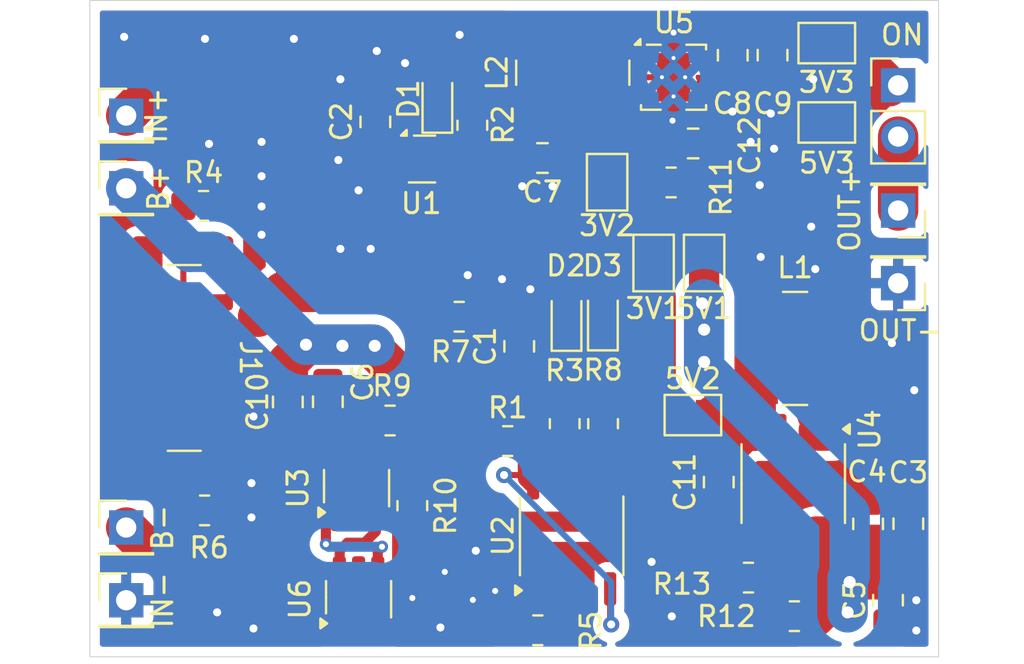
<source format=kicad_pcb>
(kicad_pcb (version 20241229) (generator "pcbnew") (generator_version "9.0")
  (layers (0 "F.Cu" signal) (2 "B.Cu" signal) (13 "F.Paste" user) (15 "B.Paste" user) (5 "F.SilkS" user "F.Silkscreen") (7 "B.SilkS" user "B.Silkscreen") (1 "F.Mask" user) (3 "B.Mask" user) (25 "Edge.Cuts" user))
  (net 0 "")
  (net 1 "VBAT")
  (net 2 "Net-(3V1-B)")
  (net 3 "Net-(3V2-A)")
  (net 4 "MUXOUT")
  (net 5 "3.3VOUT")
  (net 6 "Net-(3V3-B)")
  (net 7 "5VOUT")
  (net 8 "Net-(5V2-B)")
  (net 9 "Net-(B-1-Pin_1)")
  (net 10 "VCRG")
  (net 11 "GND")
  (net 12 "Net-(U3-VCC)")
  (net 13 "Net-(U5-EN)")
  (net 14 "Net-(D1-K)")
  (net 15 "Net-(D1-A)")
  (net 16 "Net-(D2-K)")
  (net 17 "Net-(D3-K)")
  (net 18 "VBUS")
  (net 20 "Net-(J1-CC1)")
  (net 21 "Net-(J1-CC2)")
  (net 25 "Net-(L1-Pad2)")
  (net 26 "Net-(OUT+1-Pin_1)")
  (net 27 "Net-(U2-~{CHRG})")
  (net 28 "Net-(U2-PROG)")
  (net 29 "Net-(U2-~{STDBY})")
  (net 30 "Net-(U3-CS)")
  (net 31 "Net-(U4-FB)")
  (net 32 "Net-(U3-OD)")
  (net 34 "Net-(U3-OC)")
  (net 35 "Net-(U6-D1)")
  (net 36 "Net-(U5-L2)")
  (net 37 "Net-(U5-L1)")
  (footprint "Resistor_SMD:R_0805_2012Metric_Pad1.20x1.40mm_HandSolder" (layer "F.Cu") (at 80.08 131.3175)
    (property "Reference" "R1")
    (property "Value" "0.4Ω")
  )
  (footprint "Package_SO:SOP-8_3.9x4.9mm_P1.27mm" (layer "F.Cu") (at 83.245 136.0125 90)
    (property "Reference" "U2")
    (property "Value" "TP4056")
  )
  (footprint "Resistor_SMD:R_0805_2012Metric_Pad1.20x1.40mm_HandSolder" (layer "F.Cu") (at 94.265 139.99 180)
    (property "Reference" "R12")
    (property "Value" "300kΩ")
  )
  (footprint "Resistor_SMD:R_0805_2012Metric_Pad1.20x1.40mm_HandSolder" (layer "F.Cu") (at 77.68 125.16 180)
    (property "Reference" "R7")
    (property "Value" "10kΩ")
  )
  (footprint "Connector_PinHeader_2.54mm:PinHeader_1x01_P2.54mm_Vertical" (layer "F.Cu") (at 61.2 115.2)
    (property "Reference" "IN+")
    (property "Value" "Conn_01x01_Pin")
  )
  (footprint "Package_SON:Texas_DRC0010J_ThermalVias" (layer "F.Cu") (at 88.28625 113.3)
    (property "Reference" "U5")
    (property "Value" "TPS63001")
  )
  (footprint "Resistor_SMD:R_0805_2012Metric_Pad1.20x1.40mm_HandSolder" (layer "F.Cu") (at 88.16625 118.51 180)
    (property "Reference" "R11")
    (property "Value" "100Ω")
  )
  (footprint "Capacitor_SMD:C_0805_2012Metric_Pad1.18x1.45mm_HandSolder" (layer "F.Cu") (at 81.8 117.3 180)
    (property "Reference" "C7")
    (property "Value" "10uF")
  )
  (footprint "Resistor_SMD:R_0805_2012Metric_Pad1.20x1.40mm_HandSolder" (layer "F.Cu") (at 74.26 130.3 180)
    (property "Reference" "R9")
    (property "Value" "470Ω")
  )
  (footprint "Resistor_SMD:R_0805_2012Metric_Pad1.20x1.40mm_HandSolder" (layer "F.Cu") (at 81.57 140.6875 180)
    (property "Reference" "R5")
    (property "Value" "1.33kΩ")
  )
  (footprint "Connector_PinHeader_2.54mm:PinHeader_1x01_P2.54mm_Vertical" (layer "F.Cu") (at 99.4 119.9 180)
    (property "Reference" "OUT+")
    (property "Value" "Conn_01x01_Pin")
  )
  (footprint "Capacitor_SMD:C_0805_2012Metric_Pad1.18x1.45mm_HandSolder" (layer "F.Cu") (at 89.25625 116.58 180)
    (property "Reference" "C12")
    (property "Value" "0.1uF")
  )
  (footprint "Connector_PinHeader_2.54mm:PinHeader_1x01_P2.54mm_Vertical" (layer "F.Cu") (at 61.2 139.2)
    (property "Reference" "IN-")
    (property "Value" "Conn_01x01_Pin")
  )
  (footprint "Package_TO_SOT_SMD:SOT-583-8" (layer "F.Cu") (at 75.84 117.35)
    (property "Reference" "U1")
    (property "Value" "TPS2116DRL")
  )
  (footprint "Connector_USB:USB_C_Receptacle_GCT_USB4135-GF-A_6P_TopMnt_Horizontal" (layer "F.Cu") (at 62.85 127.2 -90)
    (property "Reference" "J1")
    (property "Value" "USB_C_Receptacle_PowerOnly_24P")
  )
  (footprint "Connector_PinHeader_2.54mm:PinHeader_1x01_P2.54mm_Vertical" (layer "F.Cu") (at 61.2 135.6)
    (property "Reference" "B-")
    (property "Value" "Conn_01x01_Pin")
  )
  (footprint "Package_TO_SOT_SMD:SOT-23-6_Handsoldering" (layer "F.Cu") (at 72.6 133.65 90)
    (property "Reference" "U3")
    (property "Value" "DW01A")
  )
  (footprint "Capacitor_SMD:C_0805_2012Metric_Pad1.18x1.45mm_HandSolder" (layer "F.Cu") (at 99.905 135.41 90)
    (property "Reference" "C3")
    (property "Value" "10uF")
  )
  (footprint "Capacitor_SMD:C_0805_2012Metric_Pad1.18x1.45mm_HandSolder" (layer "F.Cu") (at 93.18625 112.2075 -90)
    (property "Reference" "C9")
    (property "Value" "10uF")
  )
  (footprint "Inductor_SMD:L_TracoPower_TCK-047_5.2x5.8mm" (layer "F.Cu") (at 83.3 113.075 -90)
    (property "Reference" "L2")
    (property "Value" "2.2uH")
  )
  (footprint "Capacitor_SMD:C_0805_2012Metric_Pad1.18x1.45mm_HandSolder" (layer "F.Cu") (at 73.53 115.51 90)
    (property "Reference" "C2")
    (property "Value" "10uF")
  )
  (footprint "LED_SMD:LED_0603_1608Metric_Pad1.05x0.95mm_HandSolder" (layer "F.Cu") (at 76.6 114.3875 90)
    (property "Reference" "D1")
    (property "Value" "GLED")
  )
  (footprint "Capacitor_SMD:C_0805_2012Metric_Pad1.18x1.45mm_HandSolder" (layer "F.Cu") (at 80.65 126.6275 90)
    (property "Reference" "C1")
    (property "Value" "10uF")
  )
  (footprint "LED_SMD:LED_0603_1608Metric_Pad1.05x0.95mm_HandSolder" (layer "F.Cu") (at 84.79 125.165 90)
    (property "Reference" "D3")
    (property "Value" "GLED")
  )
  (footprint "Jumper:SolderJumper-2_P1.3mm_Open_Pad1.0x1.5mm" (layer "F.Cu") (at 95.87 111.61)
    (property "Reference" "3V3")
    (property "Value" "Jumper_2_Open")
  )
  (footprint "Resistor_SMD:R_0805_2012Metric_Pad1.20x1.40mm_HandSolder" (layer "F.Cu") (at 65.03 119.67)
    (property "Reference" "R4")
    (property "Value" "5.1kΩ")
  )
  (footprint "Capacitor_SMD:C_0805_2012Metric_Pad1.18x1.45mm_HandSolder" (layer "F.Cu") (at 69.2 129.38 -90)
    (property "Reference" "C10")
    (property "Value" "10uF")
  )
  (footprint "Capacitor_SMD:C_0805_2012Metric_Pad1.18x1.45mm_HandSolder" (layer "F.Cu") (at 90.525 133.35 -90)
    (property "Reference" "C11")
    (property "Value" "22uF")
  )
  (footprint "Resistor_SMD:R_0805_2012Metric_Pad1.20x1.40mm_HandSolder" (layer "F.Cu") (at 78.33 115.68 -90)
    (property "Reference" "R2")
    (property "Value" "1kΩ")
  )
  (footprint "Capacitor_SMD:C_0805_2012Metric_Pad1.18x1.45mm_HandSolder" (layer "F.Cu") (at 97.915 135.42 90)
    (property "Reference" "C4")
    (property "Value" "10uF")
  )
  (footprint "Resistor_SMD:R_0805_2012Metric_Pad1.20x1.40mm_HandSolder" (layer "F.Cu") (at 65.08 134.75)
    (property "Reference" "R6")
    (property "Value" "5.1kΩ")
  )
  (footprint "LED_SMD:LED_0603_1608Metric_Pad1.05x0.95mm_HandSolder" (layer "F.Cu") (at 82.99 125.1875 90)
    (property "Reference" "D2")
    (property "Value" "RLED")
  )
  (footprint "Connector_PinHeader_2.54mm:PinHeader_1x01_P2.54mm_Vertical" (layer "F.Cu") (at 99.4 123.5 180)
    (property "Reference" "OUT-")
    (property "Value" "Conn_01x01_Pin")
  )
  (footprint "Jumper:SolderJumper-2_P1.3mm_Open_Pad1.0x1.5mm" (layer "F.Cu") (at 89.245 130.03)
    (property "Reference" "5V2")
    (property "Value" "Jumper_2_Open")
  )
  (footprint "Resistor_SMD:R_0805_2012Metric_Pad1.20x1.40mm_HandSolder" (layer "F.Cu") (at 84.8 130.4575 -90)
    (property "Reference" "R8")
    (property "Value" "1kΩ")
  )
  (footprint "Connector_PinHeader_2.54mm:PinHeader_1x02_P2.54mm_Vertical" (layer "F.Cu") (at 99.4 113.7)
    (property "Reference" "ON")
    (property "Value" "SW_DIP_x01")
  )
  (footprint "Jumper:SolderJumper-2_P1.3mm_Open_Pad1.0x1.5mm" (layer "F.Cu") (at 87.3 122.5 90)
    (property "Reference" "3V1")
    (property "Value" "Jumper_2_Open")
  )
  (footprint "Connector_PinHeader_2.54mm:PinHeader_1x01_P2.54mm_Vertical" (layer "F.Cu") (at 61.2 118.8)
    (property "Reference" "B+")
    (property "Value" "Conn_01x01_Pin")
  )
  (footprint "Package_SO:SOP-8_3.9x4.9mm_P1.27mm" (layer "F.Cu") (at 94.21 133.425 -90)
    (property "Reference" "U4")
    (property "Value" "TP5188")
  )
  (footprint "Jumper:SolderJumper-2_P1.3mm_Open_Pad1.0x1.5mm" (layer "F.Cu") (at 85 118.5 -90)
    (property "Reference" "3V2")
    (property "Value" "Jumper_2_Open")
  )
  (footprint "Capacitor_SMD:C_0805_2012Metric_Pad1.18x1.45mm_HandSolder" (layer "F.Cu") (at 91.21625 112.21 -90)
    (property "Reference" "C8")
    (property "Value" "10uF")
  )
  (footprint "Resistor_SMD:R_0805_2012Metric_Pad1.20x1.40mm_HandSolder" (layer "F.Cu") (at 91.995 138.08)
    (property "Reference" "R13")
    (property "Value" "75kΩ")
  )
  (footprint "Inductor_SMD:L_TracoPower_TCK-047_5.2x5.8mm" (layer "F.Cu") (at 94.3 126.73)
    (property "Reference" "L1")
    (property "Value" "2.2uH")
  )
  (footprint "Capacitor_SMD:C_0805_2012Metric_Pad1.18x1.45mm_HandSolder" (layer "F.Cu") (at 98.9 139.2 -90)
    (property "Reference" "C5")
    (property "Value" "10uF")
  )
  (footprint "Resistor_SMD:R_0805_2012Metric_Pad1.20x1.40mm_HandSolder" (layer "F.Cu") (at 82.9 130.4575 -90)
    (property "Reference" "R3")
    (property "Value" "1kΩ")
  )
  (footprint "Jumper:SolderJumper-2_P1.3mm_Open_Pad1.0x1.5mm" (layer "F.Cu") (at 89.8 122.5 90)
    (property "Reference" "5V1")
    (property "Value" "Jumper_2_Open")
  )
  (footprint "Jumper:SolderJumper-2_P1.3mm_Open_Pad1.0x1.5mm" (layer "F.Cu") (at 95.87 115.54)
    (property "Reference" "5V3")
    (property "Value" "Jumper_2_Open")
  )
  (footprint "Package_TO_SOT_SMD:SOT-23-6_Handsoldering" (layer "F.Cu") (at 72.7 139.15 90)
    (property "Reference" "U6")
    (property "Value" "8025A")
  )
  (footprint "Capacitor_SMD:C_0805_2012Metric_Pad1.18x1.45mm_HandSolder" (layer "F.Cu") (at 71.18 129.37 -90)
    (property "Reference" "C6")
    (property "Value" "0.1uF")
  )
  (footprint "Resistor_SMD:R_0805_2012Metric_Pad1.20x1.40mm_HandSolder" (layer "F.Cu") (at 75.36 134.52 -90)
    (property "Reference" "R10")
    (property "Value" "2kΩ")
  )
  (gr_rect (start 59.4 109.5) (end 101.4 142) (stroke (width 0.05)) (fill no) (layer "Edge.Cuts"))
  (segment (start 69.2 127.44105) (end 70.09705 126.544) (width 2) (layer "F.Cu") (net 1))
  (segment (start 70.09705 126.544) (end 73.214 126.544) (width 2) (layer "F.Cu") (net 1))
  (segment (start 76.9 131.87) (end 75.67 130.64) (width 1) (layer "F.Cu") (net 1))
  (segment (start 85.56 134.94) (end 88.12 132.38) (width 2) (layer "F.Cu") (net 1))
  (segment (start 85.15 133.3875) (end 85.15 134.95) (width 1) (layer "F.Cu") (net 1))
  (segment (start 73.214 126.544) (end 75.5 128.83) (width 2) (layer "F.Cu") (net 1))
  (segment (start 80.21355 135.31) (end 76.9 131.99645) (width 1) (layer "F.Cu") (net 1))
  (segment (start 88.12 132.38) (end 87.4 131.66) (width 2) (layer "F.Cu") (net 1))
  (segment (start 87.4 131.66) (end 87.4 129.4) (width 2) (layer "F.Cu") (net 1))
  (segment (start 69.2 128.3425) (end 69.2 127.44105) (width 2) (layer "F.Cu") (net 1))
  (segment (start 85.15 134.95) (end 84.79 135.31) (width 1) (layer "F.Cu") (net 1))
  (segment (start 76.9 131.99645) (end 76.9 131.87) (width 1) (layer "F.Cu") (net 1))
  (segment (start 84.79 135.31) (end 80.21355 135.31) (width 1) (layer "F.Cu") (net 1))
  (segment (start 75.67 130.64) (end 75.67 128.945) (width 1) (layer "F.Cu") (net 1))
  (segment (start 87.4 129.4) (end 87.4 124.2) (width 2) (layer "F.Cu") (net 1))
  (via (at 70.09705 126.544) (size 1.2) (drill 0.6) (layers "F.Cu" "B.Cu") (net 1))
  (via (at 73.5 126.6) (size 1.2) (drill 0.6) (layers "F.Cu" "B.Cu") (net 1))
  (via (at 71.9 126.6) (size 1.2) (drill 0.6) (layers "F.Cu" "B.Cu") (net 1))
  (segment (start 65.5 121.94695) (end 64.34695 121.94695) (width 2) (layer "B.Cu") (net 1))
  (segment (start 65.5 121.94695) (end 70.09705 126.544) (width 2) (layer "B.Cu") (net 1))
  (segment (start 73.444 126.544) (end 73.5 126.6) (width 2) (layer "B.Cu") (net 1))
  (segment (start 70.09705 126.544) (end 73.444 126.544) (width 2) (layer "B.Cu") (net 1))
  (segment (start 64.34695 121.94695) (end 61.2 118.8) (width 2) (layer "B.Cu") (net 1))
  (segment (start 78 118.30153) (end 78 120.3) (width 1) (layer "F.Cu") (net 2))
  (segment (start 77.351748 117.711748) (end 77.351748 118.148252) (width 0.3) (layer "F.Cu") (net 2))
  (segment (start 86.85 121.4) (end 87.3 121.85) (width 1) (layer "F.Cu") (net 2))
  (segment (start 78 120.3) (end 79.1 121.4) (width 1) (layer "F.Cu") (net 2))
  (segment (start 77.7 118.00153) (end 78 118.30153) (width 1) (layer "F.Cu") (net 2))
  (segment (start 77.24 117.6) (end 77.351748 117.711748) (width 0.3) (layer "F.Cu") (net 2))
  (segment (start 79.1 121.4) (end 86.85 121.4) (width 1) (layer "F.Cu") (net 2))
  (segment (start 77.24 117.6) (end 76.58 117.6) (width 0.3) (layer "F.Cu") (net 2))
  (segment (start 77.7 118) (end 77.7 118.00153) (width 1) (layer "F.Cu") (net 2))
  (segment (start 87.3 121.85) (end 89.8 121.85) (width 1) (layer "F.Cu") (net 2))
  (segment (start 86.88625 116.55) (end 86.88625 114.401) (width 0.5) (layer "F.Cu") (net 3))
  (segment (start 87.16625 118.51) (end 86.88625 118.23) (width 0.5) (layer "F.Cu") (net 3))
  (segment (start 86.13625 117.3) (end 82.8375 117.3) (width 1) (layer "F.Cu") (net 3))
  (segment (start 86.88625 118.23) (end 86.88625 116.55) (width 0.5) (layer "F.Cu") (net 3))
  (segment (start 86.88625 116.55) (end 86.13625 117.3) (width 1) (layer "F.Cu") (net 3))
  (segment (start 75.1 117.1) (end 76.58 117.1) (width 0.3) (layer "F.Cu") (net 4))
  (segment (start 86.05 120.2) (end 93.3 120.2) (width 1) (layer "F.Cu") (net 4))
  (segment (start 77.91 117.1) (end 78.33 116.68) (width 0.3) (layer "F.Cu") (net 4))
  (segment (start 95.22 118.28) (end 95.22 115.54) (width 1) (layer "F.Cu") (net 4))
  (segment (start 75.1 117.1) (end 74.0825 117.1) (width 0.3) (layer "F.Cu") (net 4))
  (segment (start 83.1 120) (end 79.7 120) (width 1) (layer "F.Cu") (net 4))
  (segment (start 83.95 119.15) (end 83.1 120) (width 1) (layer "F.Cu") (net 4))
  (segment (start 85 119.15) (end 83.95 119.15) (width 1) (layer "F.Cu") (net 4))
  (segment (start 85 119.15) (end 86.05 120.2) (width 1) (layer "F.Cu") (net 4))
  (segment (start 79.3 119.6) (end 79.3 117.65) (width 1) (layer "F.Cu") (net 4))
  (segment (start 76.58 117.1) (end 77.91 117.1) (width 0.3) (layer "F.Cu") (net 4))
  (segment (start 79.7 120) (end 79.3 119.6) (width 1) (layer "F.Cu") (net 4))
  (segment (start 93.3 120.2) (end 95.22 118.28) (width 1) (layer "F.Cu") (net 4))
  (segment (start 74.0825 117.1) (end 73.53 116.5475) (width 0.3) (layer "F.Cu") (net 4))
  (segment (start 79.3 117.65) (end 78.33 116.68) (width 1) (layer "F.Cu") (net 4))
  (segment (start 86.88625 112.199) (end 86.91625 112.199) (width 0.5) (layer "F.Cu") (net 5))
  (segment (start 93.18625 111.17) (end 94.78 111.17) (width 1) (layer "F.Cu") (net 5))
  (segment (start 88.90625 110.34) (end 87.70625 110.34) (width 0.5) (layer "F.Cu") (net 5))
  (segment (start 86.91625 111.13) (end 87.70625 110.34) (width 0.5) (layer "F.Cu") (net 5))
  (segment (start 89.68625 111.12) (end 89.68625 112.199) (width 0.5) (layer "F.Cu") (net 5))
  (segment (start 91.21625 111.1725) (end 93.18375 111.1725) (width 1) (layer "F.Cu") (net 5))
  (segment (start 90.33375 111.1725) (end 90.15625 111.35) (width 1) (layer "F.Cu") (net 5))
  (segment (start 93.18375 111.1725) (end 93.18625 111.17) (width 1) (layer "F.Cu") (net 5))
  (segment (start 86.91625 112.199) (end 86.91625 111.13) (width 0.5) (layer "F.Cu") (net 5))
  (segment (start 91.21625 111.1725) (end 90.33375 111.1725) (width 1) (layer "F.Cu") (net 5))
  (segment (start 94.78 111.17) (end 95.22 111.61) (width 1) (layer "F.Cu") (net 5))
  (segment (start 88.90625 110.34) (end 89.68625 111.12) (width 0.5) (layer "F.Cu") (net 5))
  (segment (start 98.57 113.75) (end 97.03 115.29) (width 2) (layer "F.Cu") (net 6))
  (segment (start 98.95 113.75) (end 97.05 111.85) (width 2) (layer "F.Cu") (net 6))
  (segment (start 97.05 113.58) (end 97.15 113.68) (width 2) (layer "F.Cu") (net 6))
  (segment (start 97.05 111.85) (end 97.05 113.58) (width 2) (layer "F.Cu") (net 6))
  (segment (start 96.52 115.54) (end 96.52 111.66) (width 1) (layer "F.Cu") (net 6))
  (segment (start 98.9 136.5575) (end 98.8 136.4575) (width 2) (layer "F.Cu") (net 7))
  (segment (start 95.265 136.13) (end 95.265 139.99) (width 2) (layer "F.Cu") (net 7))
  (segment (start 98.9 138.1625) (end 98.9 136.5575) (width 2) (layer "F.Cu") (net 7))
  (segment (start 96.115 136.05) (end 96.5225 136.4575) (width 2) (layer "F.Cu") (net 7))
  (segment (start 95.345 136.05) (end 95.265 136.13) (width 2) (layer "F.Cu") (net 7))
  (segment (start 96.5225 137.8225) (end 96.5225 136.4575) (width 2) (layer "F.Cu") (net 7))
  (segment (start 96.115 136.05) (end 95.345 136.05) (width 2) (layer "F.Cu") (net 7))
  (segment (start 96.5225 136.4575) (end 97.915 136.4575) (width 2) (layer "F.Cu") (net 7))
  (segment (start 89.8 127.4) (end 89.8 123.553) (width 1.5) (layer "F.Cu") (net 7))
  (segment (start 98.9 138.1625) (end 97.1375 138.1625) (width 2) (layer "F.Cu") (net 7))
  (segment (start 95.31 139.99) (end 97 138.3) (width 2) (layer "F.Cu") (net 7))
  (segment (start 95.265 139.99) (end 95.31 139.99) (width 2) (layer "F.Cu") (net 7))
  (segment (start 97.1375 138.1625) (end 97 138.3) (width 2) (layer "F.Cu") (net 7))
  (segment (start 97.915 136.4575) (end 98.8 136.4575) (width 2) (layer "F.Cu") (net 7))
  (segment (start 97 138.3) (end 96.5225 137.8225) (width 2) (layer "F.Cu") (net 7))
  (via (at 89.7 124.5) (size 1.2) (drill 0.6) (layers "F.Cu" "B.Cu") (net 7))
  (via (at 96.9 139.8) (size 1.2) (drill 0.6) (layers "F.Cu" "B.Cu") (net 7))
  (via (at 89.8 125.8) (size 1.2) (drill 0.6) (layers "F.Cu" "B.Cu") (net 7))
  (via (at 97 138.3) (size 1.2) (drill 0.6) (layers "F.Cu" "B.Cu") (net 7))
  (via (at 89.8 127.4) (size 1.2) (drill 0.6) (layers "F.Cu" "B.Cu") (net 7))
  (segment (start 97 138) (end 97 134.9) (width 2) (layer "B.Cu") (net 7))
  (segment (start 89.8 127.7) (end 89.8 124.3) (width 2) (layer "B.Cu") (net 7))
  (segment (start 96.9 139.8) (end 96.9 138.1) (width 2) (layer "B.Cu") (net 7))
  (segment (start 96.9 138.1) (end 97 138) (width 2) (layer "B.Cu") (net 7))
  (segment (start 97 134.9) (end 89.8 127.7) (width 2) (layer "B.Cu") (net 7))
  (segment (start 92.01125 130.58375) (end 90.49875 132.09625) (width 2) (layer "F.Cu") (net 8))
  (segment (start 91.535 130.03) (end 90.296 130.03) (width 2) (layer "F.Cu") (net 8))
  (segment (start 92.35 130.755) (end 92.305 130.8) (width 2) (layer "F.Cu") (net 8))
  (segment (start 92.305 130.8) (end 92.0375 130.8) (width 2) (layer "F.Cu") (net 8))
  (segment (start 92.305 130.8) (end 92.775 130.8) (width 2) (layer "F.Cu") (net 8))
  (segment (start 92.305 130.8) (end 91.535 130.03) (width 2) (layer "F.Cu") (net 8))
  (segment (start 92.35 126.73) (end 92.35 130.755) (width 2) (layer "F.Cu") (net 8))
  (segment (start 69.17 131.73) (end 69.04 131.6) (width 2) (layer "F.Cu") (net 9))
  (segment (start 69.17 139) (end 69.17 136.9) (width 2) (layer "F.Cu") (net 9))
  (segment (start 70.22 139) (end 70.9 139.68) (width 2) (layer "F.Cu") (net 9))
  (segment (start 69.201 136.869) (end 69.201 133.87) (width 2) (layer "F.Cu") (net 9))
  (segment (start 69.17 133.87) (end 70.8 132.24) (width 2) (layer "F.Cu") (net 9))
  (segment (start 62.5 136.9) (end 69.17 136.9) (width 2) (layer "F.Cu") (net 9))
  (segment (start 69.17 139) (end 70.22 139) (width 2) (layer "F.Cu") (net 9))
  (segment (start 69.17 136.9) (end 69.17 133.87) (width 2) (layer "F.Cu") (net 9))
  (segment (start 69.17 133.87) (end 69.17 131.73) (width 2) (layer "F.Cu") (net 9))
  (segment (start 70.8 131.65) (end 69.95 130.8) (width 2) (layer "F.Cu") (net 9))
  (segment (start 70.8 132.24) (end 70.8 131.65) (width 2) (layer "F.Cu") (net 9))
  (segment (start 61.2 135.6) (end 62.5 136.9) (width 2) (layer "F.Cu") (net 9))
  (segment (start 69.17 136.9) (end 69.201 136.869) (width 2) (layer "F.Cu") (net 9))
  (segment (start 81.08 127.815) (end 81.01 127.745) (width 1) (layer "F.Cu") (net 10))
  (segment (start 84.7675 124.3125) (end 84.79 124.29) (width 0.5) (layer "F.Cu") (net 10))
  (segment (start 81.08 132.6) (end 81.08 133.1275) (width 1) (layer "F.Cu") (net 10))
  (segment (start 85.15 138.6375) (end 85.15 140.35) (width 0.3) (layer "F.Cu") (net 10))
  (segment (start 81.08 131.3175) (end 81.08 127.815) (width 1) (layer "F.Cu") (net 10))
  (segment (start 81.08 133.1275) (end 81.34 133.3875) (width 1) (layer "F.Cu") (net 10))
  (segment (start 81.93 126.965) (end 81.08 127.815) (width 0.5) (layer "F.Cu") (net 10))
  (segment (start 81.93 125.3775) (end 81.93 126.965) (width 0.5) (layer "F.Cu") (net 10))
  (segment (start 81.08 131.3175) (end 81.08 132.6) (width 1) (layer "F.Cu") (net 10))
  (segment (start 85.15 140.35) (end 85.2 140.4) (width 0.3) (layer "F.Cu") (net 10))
  (segment (start 80.68 133) (end 81.08 132.6) (width 0.3) (layer "F.Cu") (net 10))
  (segment (start 82.99 124.3175) (end 81.93 125.3775) (width 0.5) (layer "F.Cu") (net 10))
  (segment (start 82.99 124.3125) (end 82.99 124.3175) (width 0.5) (layer "F.Cu") (net 10))
  (segment (start 82.99 124.3125) (end 84.7675 124.3125) (width 0.5) (layer "F.Cu") (net 10))
  (segment (start 79.9 133) (end 80.68 133) (width 0.3) (layer "F.Cu") (net 10))
  (via (at 85.2 140.4) (size 0.8) (drill 0.4) (layers "F.Cu" "B.Cu") (net 10))
  (via (at 79.9 133) (size 0.8) (drill 0.4) (layers "F.Cu" "B.Cu") (net 10))
  (segment (start 85.2 140.4) (end 85.2 138.3) (width 0.3) (layer "B.Cu") (net 10))
  (segment (start 85.2 138.3) (end 79.9 133) (width 0.3) (layer "B.Cu") (net 10))
  (segment (start 88.28625 115.4) (end 88.23625 115.45) (width 0.5) (layer "F.Cu") (net 11))
  (segment (start 86.88625 113.3) (end 82.8 113.3) (width 0.3) (layer "F.Cu") (net 11))
  (segment (start 83.88 137.39) (end 83.58 137.09) (width 1) (layer "F.Cu") (net 11))
  (segment (start 91.085 135.36) (end 91.085 135.32) (width 2) (layer "F.Cu") (net 11))
  (segment (start 75.15 114.97) (end 75.15 116.13) (width 1) (layer "F.Cu") (net 11))
  (segment (start 79.15 138.74) (end 79.46 138.74) (width 2) (layer "F.Cu") (net 11))
  (segment (start 78.53 139.36) (end 79.15 138.74) (width 2) (layer "F.Cu") (net 11))
  (segment (start 83.88 138.6375) (end 83.88 137.39) (width 1) (layer "F.Cu") (net 11))
  (segment (start 67.2 131.2675) (end 67.2 133.73) (width 0.3) (layer "F.Cu") (net 11))
  (segment (start 78.53 139.36) (end 79.6 140.43) (width 2) (layer "F.Cu") (net 11))
  (segment (start 80.22 125.16) (end 80.65 125.59) (width 1) (layer "F.Cu") (net 11))
  (segment (start 92.875 133.53) (end 99.645 133.53) (width 2) (layer "F.Cu") (net 11))
  (segment (start 79.5 116.0375) (end 79.5 113.3) (width 0.5) (layer "F.Cu") (net 11))
  (segment (start 78.68 125.16) (end 80.22 125.16) (width 1) (layer "F.Cu") (net 11))
  (segment (start 76.52 137.35) (end 76.965 137.795) (width 2) (layer "F.Cu") (net 11))
  (segment (start 76.52 135.52) (end 76.52 137.35) (width 2) (layer "F.Cu") (net 11))
  (segment (start 67.14 123.1925) (end 67.14 120.78) (width 0.3) (layer "F.Cu") (net 11))
  (segment (start 66.18 134.75) (end 66.08 134.75) (width 0.3) (layer "F.Cu") (net 11))
  (segment (start 83.58 137.09) (end 81.33 137.09) (width 1) (layer "F.Cu") (net 11))
  (segment (start 90.37625 112.8) (end 90.82375 113.2475) (width 0.3) (layer "F.Cu") (net 11))
  (segment (start 88.78625 112.8) (end 88.28625 113.3) (width 0.3) (layer "F.Cu") (net 11))
  (segment (start 88.21875 115.4675) (end 88.23625 115.45) (width 0.5) (layer "F.Cu") (net 11))
  (segment (start 88.21875 116.58) (end 88.21875 115.4675) (width 0.5) (layer "F.Cu") (net 11))
  (segment (start 90.26875 137.74625) (end 91.78125 136.23375) (width 2) (layer "F.Cu") (net 11))
  (segment (start 73.53 114.4725) (end 74.6525 114.4725) (width 1) (layer "F.Cu") (net 11))
  (segment (start 79.5 113.3) (end 79.3 113.1) (width 0.5) (layer "F.Cu") (net 11))
  (segment (start 88.28625 114.25) (end 88.28625 115.4) (width 0.5) (layer "F.Cu") (net 11))
  (segment (start 67.2 133.73) (end 66.18 134.75) (width 0.3) (layer "F.Cu") (net 11))
  (segment (start 91.085 135.32) (end 92.875 133.53) (width 2) (layer "F.Cu") (net 11))
  (segment (start 89.68625 112.8) (end 88.78625 112.8) (width 0.3) (layer "F.Cu") (net 11))
  (segment (start 74.6525 114.4725) (end 75.15 114.97) (width 1) (layer "F.Cu") (net 11))
  (segment (start 90.33875 134.61375) (end 91.085 135.36) (width 2) (layer "F.Cu") (net 11))
  (segment (start 86.88625 113.3) (end 87.71125 113.3) (width 0.3) (layer "F.Cu") (net 11))
  (segment (start 65.8825 124.45) (end 67.14 123.1925) (width 0.3) (layer "F.Cu") (net 11))
  (segment (start 91.085 135.36) (end 91.85125 136.12625) (width 2) (layer "F.Cu") (net 11))
  (segment (start 80.7625 117.3) (end 79.5 116.0375) (width 0.5) (layer "F.Cu") (net 11))
  (segment (start 90.82375 113.2475) (end 91.21625 113.2475) (width 0.3) (layer "F.Cu") (net 11))
  (segment (start 67.14 120.78) (end 66.03 119.67) (width 0.3) (layer "F.Cu") (net 11))
  (segment (start 81.33 137.09) (end 80.8 137.62) (width 1) (layer "F.Cu") (net 11))
  (segment (start 75.36 139.09) (end 74.66 139.79) (width 2) (layer "F.Cu") (net 11))
  (segment (start 89.68625 112.8) (end 90.37625 112.8) (width 0.3) (layer "F.Cu") (net 11))
  (segment (start 76.965 137.795) (end 78.355 139.185) (width 2) (layer "F.Cu") (net 11))
  (segment (start 78.355 139.185) (end 78.53 139.36) (width 2) (layer "F.Cu") (net 11))
  (segment (start 79.46 138.74) (end 80.47 138.74) (width 2) (layer "F.Cu") (net 11))
  (segment (start 75.36 135.52) (end 75.36 139.09) (width 2) (layer "F.Cu") (net 11))
  (segment (start 82.8 113.3) (end 82.7 113.2) (width 0.3) (layer "F.Cu") (net 11))
  (segment (start 75.36 135.52) (end 76.52 135.52) (width 2) (layer "F.Cu") (net 11))
  (segment (start 88.28625 112.35) (end 88.28625 111.09) (width 0.5) (layer "F.Cu") (net 11))
  (segment (start 65.8825 129.95) (end 67.2 131.2675) (width 0.3) (layer "F.Cu") (net 11))
  (via (at 65.3 116.6) (size 0.8) (drill 0.4) (layers "F.Cu" "B.Cu") (net 11))
  (via (at 75 112.6) (size 0.8) (drill 0.4) (layers "F.Cu" "B.Cu") (net 11))
  (via (at 93.1 115.1) (size 0.8) (drill 0.4) (layers "F.Cu" "B.Cu") (net 11))
  (via (at 87.2 137.3) (size 0.8) (drill 0.4) (layers "F.Cu" "B.Cu") (net 11))
  (via (at 75.36 139.09) (size 0.6) (drill 0.3) (layers "F.Cu" "B.Cu") (net 11))
  (via (at 78.1 123.1) (size 0.8) (drill 0.4) (layers "F.Cu" "B.Cu") (net 11))
  (via (at 79.8 123.3) (size 0.8) (drill 0.4) (layers "F.Cu" "B.Cu") (net 11))
  (via (at 69.5 111.4) (size 0.8) (drill 0.4) (layers "F.Cu" "B.Cu") (net 11))
  (via (at 78.5 136.75) (size 0.8) (drill 0.4) (layers "F.Cu" "B.Cu") (net 11))
  (via (at 95.2 113.4) (size 0.8) (drill 0.4) (layers "F.Cu" "B.Cu") (net 11))
  (via (at 71.7 117.4) (size 0.8) (drill 0.4) (layers "F.Cu" "B.Cu") (net 11))
  (via (at 65.7 139.8) (size 0.8) (drill 0.4) (layers "F.Cu" "B.Cu") (net 11))
  (via (at 67.5 140.6) (size 0.8) (drill 0.4) (layers "F.Cu" "B.Cu") (net 11))
  (via (at 100.3 139.2) (size 0.8) (drill 0.4) (layers "F.Cu" "B.Cu") (net 11))
  (via (at 95.3 122.8) (size 0.8) (drill 0.4) (layers "F.Cu" "B.Cu") (net 11))
  (via (at 73.3 121.8) (size 0.8) (drill 0.4) (layers "F.Cu" "B.Cu") (net 11))
  (via (at 100.2 128.8) (size 0.8) (drill 0.4) (layers "F.Cu" "B.Cu") (net 11))
  (via (at 67.4 133.4) (size 0.8) (drill 0.4) (layers "F.Cu" "B.Cu") (net 11))
  (via (at 71.8 113.4) (size 0.8) (drill 0.4) (layers "F.Cu" "B.Cu") (net 11))
  (via (at 82.3 118.7) (size 0.8) (drill 0.4) (layers "F.Cu" "B.Cu") (net 11))
  (via (at 67.9 121.1) (size 0.8) (drill 0.4) (layers "F.Cu" "B.Cu") (net 11))
  (via (at 100.3 140.7) (size 0.8) (drill 0.4) (layers "F.Cu" "B.Cu") (net 11))
  (via (at 99.092954 126.465678) (size 0.8) (drill 0.4) (layers "F.Cu" "B.Cu") (net 11))
  (via (at 67.5 130.1) (size 0.8) (drill 0.4) (layers "F.Cu" "B.Cu") (net 11))
  (via (at 67.4 135.1) (size 0.8) (drill 0.4) (layers "F.Cu" "B.Cu") (net 11))
  (via (at 76.965 137.795) (size 0.6) (drill 0.3) (layers "F.Cu" "B.Cu") (net 11))
  (via (at 79.46 138.74) (size 0.6) (drill 0.3) (layers "F.Cu" "B.Cu") (net 11))
  (via (at 67.9 118.2) (size 0.8) (drill 0.4) (layers "F.Cu" "B.Cu") (net 11))
  (via (at 71.8 121.8) (size 0.8) (drill 0.4) (layers "F.Cu" "B.Cu") (net 11))
  (via (at 88.28625 111.09) (size 0.6) (drill 0.3) (layers "F.Cu" "B.Cu") (net 11))
  (via (at 65.1 111.4) (size 0.8) (drill 0.4) (layers "F.Cu" "B.Cu") (net 11))
  (via (at 91.2 115) (size 0.8) (drill 0.4) (layers "F.Cu" "B.Cu") (net 11))
  (via (at 77.7 111.2) (size 0.8) (drill 0.4) (layers "F.Cu" "B.Cu") (net 11))
  (via (at 93.262536 116.840177) (size 0.8) (drill 0.4) (layers "F.Cu" "B.Cu") (net 11))
  (via (at 67.9 119.7) (size 0.8) (drill 0.4) (layers "F.Cu" "B.Cu") (net 11))
  (via (at 92.6 122.2) (size 0.8) (drill 0.4) (layers "F.Cu" "B.Cu") (net 11))
  (via (at 81.2 123.8) (size 0.8) (drill 0.4) (layers "F.Cu" "B.Cu") (net 11))
  (via (at 92.1 116.5) (size 0.8) (drill 0.4) (layers "F.Cu" "B.Cu") (net 11))
  (via (at 61.1 111.3) (size 0.8) (drill 0.4) (layers "F.Cu" "B.Cu") (net 11))
  (via (at 95.1 120.7) (size 0.8) (drill 0.4) (layers "F.Cu" "B.Cu") (net 11))
  (via (at 78.355 139.185) (size 0.6) (drill 0.3) (layers "F.Cu" "B.Cu") (net 11))
  (via (at 76.75 140.55) (size 0.8) (drill 0.4) (layers "F.Cu" "B.Cu") (net 11))
  (via (at 67.9 116.5) (size 0.8) (drill 0.4) (layers "F.Cu" "B.Cu") (net 11))
  (via (at 73.6 112) (size 0.8) (drill 0.4) (layers "F.Cu" "B.Cu") (net 11))
  (via (at 72.7 118.9) (size 0.8) (drill 0.4) (layers "F.Cu" "B.Cu") (net 11))
  (via (at 88.23625 115.45) (size 0.6) (drill 0.3) (layers "F.Cu" "B.Cu") (net 11))
  (via (at 92.549892 118.6427) (size 0.8) (drill 0.4) (layers "F.Cu" "B.Cu") (net 11))
  (via (at 88.2 140) (size 0.8) (drill 0.4) (layers "F.Cu" "B.Cu") (net 11))
  (via (at 80.8 118.7) (size 0.8) (drill 0.4) (layers "F.Cu" "B.Cu") (net 11))
  (segment (start 71.18 128.3325) (end 71.2925 128.3325) (width 1) (layer "F.Cu") (net 12))
  (segment (start 72.6 130.96) (end 72.6 132.3) (width 0.5) (layer "F.Cu") (net 12))
  (segment (start 71.2925 128.3325) (end 73.26 130.3) (width 1) (layer "F.Cu") (net 12))
  (segment (start 73.26 130.3) (end 72.6 130.96) (width 0.5) (layer "F.Cu") (net 12))
  (segment (start 89.68625 117.99) (end 89.68625 114.3) (width 0.5) (layer "F.Cu") (net 13))
  (segment (start 89.16625 118.51) (end 89.68625 117.99) (width 0.5) (layer "F.Cu") (net 13))
  (segment (start 89.68625 114.3) (end 89.68625 113.45) (width 0.5) (layer "F.Cu") (net 13))
  (segment (start 76.6 116.58) (end 76.58 116.6) (width 0.3) (layer "F.Cu") (net 14))
  (segment (start 76.6 115.2625) (end 76.6 116.58) (width 0.3) (layer "F.Cu") (net 14))
  (segment (start 77.1625 113.5125) (end 78.33 114.68) (width 0.4) (layer "F.Cu") (net 15))
  (segment (start 76.6 113.5125) (end 77.1625 113.5125) (width 0.4) (layer "F.Cu") (net 15))
  (segment (start 82.9 129.4575) (end 82.9 126.1525) (width 0.5) (layer "F.Cu") (net 16))
  (segment (start 82.9 126.1525) (end 82.99 126.0625) (width 0.5) (layer "F.Cu") (net 16))
  (segment (start 84.79 126.04) (end 84.79 129.4475) (width 0.5) (layer "F.Cu") (net 17))
  (segment (start 84.79 129.4475) (end 84.8 129.4575) (width 0.5) (layer "F.Cu") (net 17))
  (segment (start 76 122.64) (end 76 119.7) (width 2) (layer "F.Cu") (net 18))
  (segment (start 67.34 126.09) (end 66.93 125.68) (width 0.5) (layer "F.Cu") (net 18))
  (segment (start 68.96 123.93) (end 67.73 125.16) (width 2) (layer "F.Cu") (net 18))
  (segment (start 78.17 130.4075) (end 79.08 131.3175) (width 2) (layer "F.Cu") (net 18))
  (segment (start 75.1 118.1) (end 75.7 118.7) (width 1) (layer "F.Cu") (net 18))
  (segment (start 75.57 124.79) (end 75.57 124.97) (width 2) (layer "F.Cu") (net 18))
  (segment (start 78.17 127.57) (end 78.17 130.4075) (width 2) (layer "F.Cu") (net 18))
  (segment (start 69.61 123.93) (end 68.96 123.93) (width 2) (layer "F.Cu") (net 18))
  (segment (start 66.83 128.72) (end 67.34 128.21) (width 0.5) (layer "F.Cu") (net 18))
  (segment (start 61.2 115.2) (end 62.7 113.7) (width 2) (layer "F.Cu") (net 18))
  (segment (start 65.8825 128.72) (end 66.83 128.72) (width 0.5) (layer "F.Cu") (net 18))
  (segment (start 67.6 113.7) (end 69.61 115.71) (width 2) (layer "F.Cu") (net 18))
  (segment (start 66.93 125.68) (end 65.8825 125.68) (width 0.5) (layer "F.Cu") (net 18))
  (segment (start 74.71 123.93) (end 69.61 123.93) (width 2) (layer "F.Cu") (net 18))
  (segment (start 74.71 123.93) (end 76 122.64) (width 2) (layer "F.Cu") (net 18))
  (segment (start 75.1 118.1) (end 75.1 117.951) (width 1) (layer "F.Cu") (net 18))
  (segment (start 62.7 113.7) (end 67.6 113.7) (width 2) (layer "F.Cu") (net 18))
  (segment (start 67.34 128.21) (end 67.34 126.09) (width 0.5) (layer "F.Cu") (net 18))
  (segment (start 75.8 118.6) (end 76.6 118.6) (width 1) (layer "F.Cu") (net 18))
  (segment (start 69.61 115.71) (end 69.61 123.93) (width 2) (layer "F.Cu") (net 18))
  (segment (start 75.57 124.97) (end 78.17 127.57) (width 2) (layer "F.Cu") (net 18))
  (segment (start 74.71 123.93) (end 75.57 124.79) (width 2) (layer "F.Cu") (net 18))
  (segment (start 65.2825 126.7) (end 64.03 125.4475) (width 0.3) (layer "F.Cu") (net 20))
  (segment (start 64.03 125.4475) (end 64.03 119.67) (width 0.3) (layer "F.Cu") (net 20))
  (segment (start 65.8825 126.7) (end 65.2825 126.7) (width 0.3) (layer "F.Cu") (net 20))
  (segment (start 65.2825 127.7) (end 64.08 128.9025) (width 0.3) (layer "F.Cu") (net 21))
  (segment (start 64.08 128.9025) (end 64.08 134.75) (width 0.3) (layer "F.Cu") (net 21))
  (segment (start 65.8825 127.7) (end 65.2825 127.7) (width 0.3) (layer "F.Cu") (net 21))
  (segment (start 96.115 130.8) (end 96.115 126.815) (width 2) (layer "F.Cu") (net 25))
  (segment (start 95.465 130.03) (end 95.38 129.945) (width 2) (layer "F.Cu") (net 25))
  (segment (start 96.115 130.8) (end 95.475 130.8) (width 2) (layer "F.Cu") (net 25))
  (segment (start 99.4 116.24) (end 99.4 119.9) (width 2) (layer "F.Cu") (net 26))
  (segment (start 82.61 133.3875) (end 82.61 131.7475) (width 0.3) (layer "F.Cu") (net 27))
  (segment (start 82.61 131.7475) (end 82.9 131.4575) (width 0.3) (layer "F.Cu") (net 27))
  (segment (start 82.61 138.6375) (end 82.61 140.6475) (width 0.3) (layer "F.Cu") (net 28))
  (segment (start 82.61 140.6475) (end 82.57 140.6875) (width 0.3) (layer "F.Cu") (net 28))
  (segment (start 83.88 132.3775) (end 83.88 133.3875) (width 0.3) (layer "F.Cu") (net 29))
  (segment (start 84.8 131.4575) (end 83.88 132.3775) (width 0.3) (layer "F.Cu") (net 29))
  (segment (start 75.14 133.3) (end 75.36 133.52) (width 0.3) (layer "F.Cu") (net 30))
  (segment (start 72.6 134) (end 72.95 133.65) (width 0.5) (layer "F.Cu") (net 30))
  (segment (start 72.95 133.65) (end 75.23 133.65) (width 0.5) (layer "F.Cu") (net 30))
  (segment (start 75.23 133.65) (end 75.36 133.52) (width 0.5) (layer "F.Cu") (net 30))
  (segment (start 72.6 135) (end 72.6 134) (width 0.5) (layer "F.Cu") (net 30))
  (segment (start 93.575 137.5) (end 92.995 138.08) (width 0.3) (layer "F.Cu") (net 31))
  (segment (start 92.995 138.08) (end 92.995 139.72) (width 0.3) (layer "F.Cu") (net 31))
  (segment (start 92.995 139.72) (end 93.265 139.99) (width 0.3) (layer "F.Cu") (net 31))
  (segment (start 93.575 136.05) (end 93.575 137.5) (width 0.3) (layer "F.Cu") (net 31))
  (segment (start 73.65 136.760659) (end 73.86 136.550659) (width 0.5) (layer "F.Cu") (net 32))
  (segment (start 71.082679 136.423649) (end 71.082679 135.567321) (width 0.5) (layer "F.Cu") (net 32))
  (segment (start 71.082679 135.567321) (end 71.65 135) (width 0.5) (layer "F.Cu") (net 32))
  (segment (start 73.65 137.8) (end 73.65 136.760659) (width 0.5) (layer "F.Cu") (net 32))
  (via (at 73.86 136.550659) (size 0.6) (drill 0.3) (layers "F.Cu" "B.Cu") (net 32))
  (via (at 71.082679 136.423649) (size 0.6) (drill 0.3) (layers "F.Cu" "B.Cu") (net 32))
  (segment (start 71.209689 136.550659) (end 71.082679 136.423649) (width 0.5) (layer "B.Cu") (net 32))
  (segment (start 73.86 136.550659) (end 71.209689 136.550659) (width 0.5) (layer "B.Cu") (net 32))
  (segment (start 71.765 136.735) (end 71.765 137.725) (width 0.5) (layer "F.Cu") (net 34))
  (segment (start 72.15 136.35) (end 71.765 136.735) (width 0.5) (layer "F.Cu") (net 34))
  (segment (start 73.66 135.17) (end 73.66 134.44) (width 0.5) (layer "F.Cu") (net 34))
  (segment (start 73 136.35) (end 72.15 136.35) (width 0.5) (layer "F.Cu") (net 34))
  (segment (start 73.55 135) (end 73.55 135.8) (width 0.5) (layer "F.Cu") (net 34))
  (segment (start 73.55 135.8) (end 73 136.35) (width 0.5) (layer "F.Cu") (net 34))
  (segment (start 72.7 138.0125) (end 72.7 140.2875) (width 0.5) (layer "F.Cu") (net 35))
  (segment (start 86.88625 112.8) (end 84.70125 112.8) (width 0.3) (layer "F.Cu") (net 36))
  (segment (start 84.70125 112.8) (end 83.03625 111.135) (width 0.3) (layer "F.Cu") (net 36))
  (segment (start 86.88625 113.8) (end 84.22125 113.8) (width 0.3) (layer "F.Cu") (net 37))
  (segment (start 84.22125 113.8) (end 83.03625 114.985) (width 0.3) (layer "F.Cu") (net 37))
  (zone (net 11) (net_name "GND") (layers "F.Cu" "B.Cu") (connect_pads (clearance 0.5)) (min_thickness 0.25) (fill yes (thermal_gap 0.5) (thermal_bridge_width 0.5))
    (polygon (pts (xy 59.4 109.5) (xy 101.4 109.5) (xy 101.4 142) (xy 59.4 142)))
  )
)
</source>
